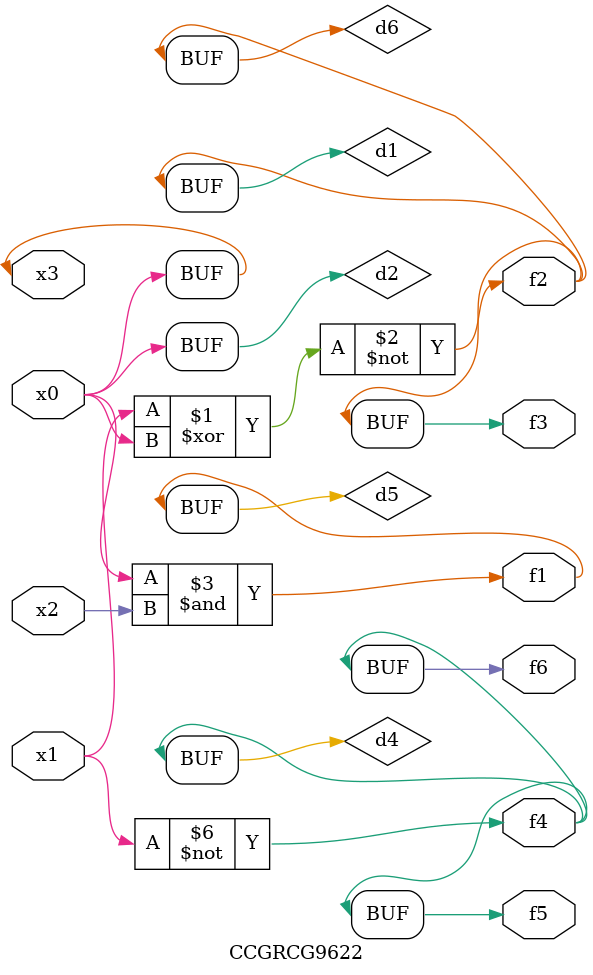
<source format=v>
module CCGRCG9622(
	input x0, x1, x2, x3,
	output f1, f2, f3, f4, f5, f6
);

	wire d1, d2, d3, d4, d5, d6;

	xnor (d1, x1, x3);
	buf (d2, x0, x3);
	nand (d3, x0, x2);
	not (d4, x1);
	nand (d5, d3);
	or (d6, d1);
	assign f1 = d5;
	assign f2 = d6;
	assign f3 = d6;
	assign f4 = d4;
	assign f5 = d4;
	assign f6 = d4;
endmodule

</source>
